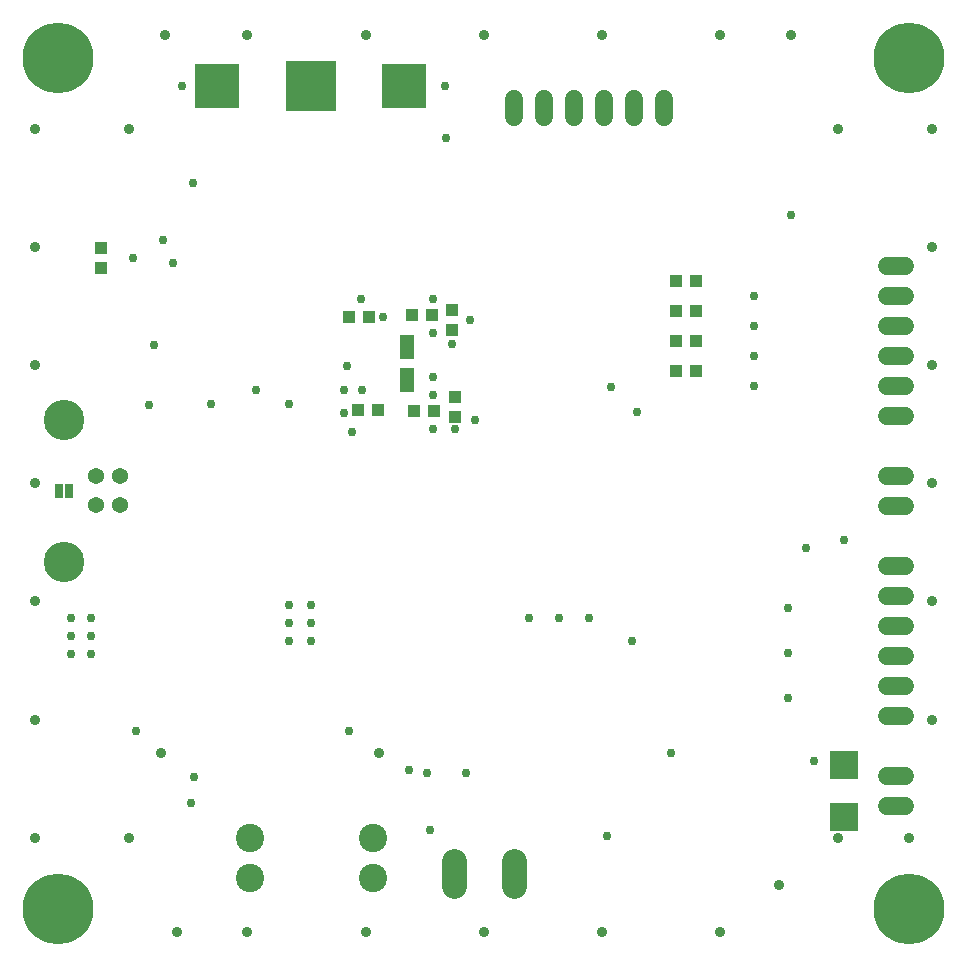
<source format=gbs>
G75*
%MOIN*%
%OFA0B0*%
%FSLAX25Y25*%
%IPPOS*%
%LPD*%
%AMOC8*
5,1,8,0,0,1.08239X$1,22.5*
%
%ADD10R,0.04331X0.03937*%
%ADD11R,0.03937X0.04331*%
%ADD12R,0.04724X0.07874*%
%ADD13R,0.15000X0.15000*%
%ADD14R,0.17000X0.17000*%
%ADD15C,0.06000*%
%ADD16C,0.08250*%
%ADD17C,0.09449*%
%ADD18R,0.09449X0.09449*%
%ADD19C,0.23622*%
%ADD20C,0.05400*%
%ADD21C,0.13500*%
%ADD22R,0.02500X0.05000*%
%ADD23C,0.03543*%
%ADD24C,0.02953*%
D10*
X0169954Y0223800D03*
X0176646Y0223800D03*
X0188454Y0223300D03*
X0195146Y0223300D03*
X0173646Y0254800D03*
X0166954Y0254800D03*
X0187954Y0255300D03*
X0194646Y0255300D03*
X0084300Y0270954D03*
X0084300Y0277646D03*
D11*
X0201300Y0257146D03*
X0201300Y0250454D03*
X0202300Y0228146D03*
X0202300Y0221454D03*
X0275954Y0236800D03*
X0282646Y0236800D03*
X0282646Y0246800D03*
X0275954Y0246800D03*
X0275954Y0256800D03*
X0282646Y0256800D03*
X0282646Y0266800D03*
X0275954Y0266800D03*
D12*
X0186300Y0244812D03*
X0186300Y0233788D03*
D13*
X0185300Y0331800D03*
X0122800Y0331800D03*
D14*
X0154300Y0331800D03*
D15*
X0221800Y0327300D02*
X0221800Y0321300D01*
X0231800Y0321300D02*
X0231800Y0327300D01*
X0241800Y0327300D02*
X0241800Y0321300D01*
X0251800Y0321300D02*
X0251800Y0327300D01*
X0261800Y0327300D02*
X0261800Y0321300D01*
X0271800Y0321300D02*
X0271800Y0327300D01*
X0346300Y0271800D02*
X0352300Y0271800D01*
X0352300Y0261800D02*
X0346300Y0261800D01*
X0346300Y0251800D02*
X0352300Y0251800D01*
X0352300Y0241800D02*
X0346300Y0241800D01*
X0346300Y0231800D02*
X0352300Y0231800D01*
X0352300Y0221800D02*
X0346300Y0221800D01*
X0346300Y0201800D02*
X0352300Y0201800D01*
X0352300Y0191800D02*
X0346300Y0191800D01*
X0346300Y0171800D02*
X0352300Y0171800D01*
X0352300Y0161800D02*
X0346300Y0161800D01*
X0346300Y0151800D02*
X0352300Y0151800D01*
X0352300Y0141800D02*
X0346300Y0141800D01*
X0346300Y0131800D02*
X0352300Y0131800D01*
X0352300Y0121800D02*
X0346300Y0121800D01*
X0346300Y0101800D02*
X0352300Y0101800D01*
X0352300Y0091800D02*
X0346300Y0091800D01*
D16*
X0221780Y0073425D02*
X0221780Y0065175D01*
X0201780Y0065175D02*
X0201780Y0073425D01*
D17*
X0174800Y0067600D03*
X0174800Y0081000D03*
X0133800Y0081000D03*
X0133800Y0067600D03*
D18*
X0331800Y0088139D03*
X0331800Y0105461D03*
D19*
X0070048Y0057548D03*
X0353513Y0057548D03*
X0353513Y0341013D03*
X0070048Y0341013D03*
D20*
X0082500Y0201700D03*
X0090400Y0201700D03*
X0090400Y0191900D03*
X0082500Y0191900D03*
D21*
X0071800Y0173100D03*
X0071800Y0220500D03*
D22*
X0073422Y0196800D03*
X0070178Y0196800D03*
D23*
X0062174Y0199280D03*
X0062174Y0159910D03*
X0062174Y0120540D03*
X0062174Y0081170D03*
X0093670Y0081170D03*
X0104300Y0109300D03*
X0109418Y0049674D03*
X0133040Y0049674D03*
X0172410Y0049674D03*
X0211780Y0049674D03*
X0251150Y0049674D03*
X0290520Y0049674D03*
X0310206Y0065422D03*
X0329891Y0081170D03*
X0353513Y0081170D03*
X0361387Y0120540D03*
X0361387Y0159910D03*
X0361387Y0199280D03*
X0361387Y0238650D03*
X0361387Y0278020D03*
X0361387Y0317391D03*
X0329891Y0317391D03*
X0314143Y0348887D03*
X0290520Y0348887D03*
X0251150Y0348887D03*
X0211780Y0348887D03*
X0172410Y0348887D03*
X0133040Y0348887D03*
X0105481Y0348887D03*
X0093670Y0317391D03*
X0062174Y0317391D03*
X0062174Y0278020D03*
X0062174Y0238650D03*
X0176800Y0109300D03*
D24*
X0166800Y0116800D03*
X0186800Y0103800D03*
X0192800Y0102800D03*
X0205800Y0102800D03*
X0193800Y0083800D03*
X0252800Y0081800D03*
X0274300Y0109300D03*
X0261300Y0146800D03*
X0246800Y0154300D03*
X0236800Y0154300D03*
X0226800Y0154300D03*
X0202300Y0217300D03*
X0208800Y0220300D03*
X0194800Y0217300D03*
X0194800Y0228800D03*
X0194800Y0234800D03*
X0201300Y0245800D03*
X0194800Y0249300D03*
X0194800Y0260800D03*
X0207300Y0253800D03*
X0178300Y0254800D03*
X0170800Y0260800D03*
X0166300Y0238300D03*
X0165300Y0230300D03*
X0171300Y0230300D03*
X0165300Y0222800D03*
X0167800Y0216300D03*
X0146800Y0225800D03*
X0135800Y0230300D03*
X0120800Y0225800D03*
X0100300Y0225300D03*
X0101800Y0245300D03*
X0108300Y0272800D03*
X0104800Y0280300D03*
X0094800Y0274300D03*
X0114800Y0299300D03*
X0111300Y0331800D03*
X0198800Y0331800D03*
X0199300Y0314300D03*
X0254300Y0231550D03*
X0262800Y0223050D03*
X0301800Y0231800D03*
X0301800Y0241800D03*
X0301800Y0251800D03*
X0301800Y0261800D03*
X0314300Y0288800D03*
X0331800Y0180300D03*
X0319300Y0177800D03*
X0313300Y0157800D03*
X0313300Y0142800D03*
X0313300Y0127800D03*
X0321800Y0106800D03*
X0154300Y0146800D03*
X0154300Y0152800D03*
X0154300Y0158800D03*
X0146800Y0158800D03*
X0146800Y0152800D03*
X0146800Y0146800D03*
X0115300Y0101300D03*
X0114300Y0092800D03*
X0095800Y0116800D03*
X0080800Y0142300D03*
X0074300Y0142300D03*
X0074300Y0148300D03*
X0074300Y0154300D03*
X0080800Y0154300D03*
X0080800Y0148300D03*
M02*

</source>
